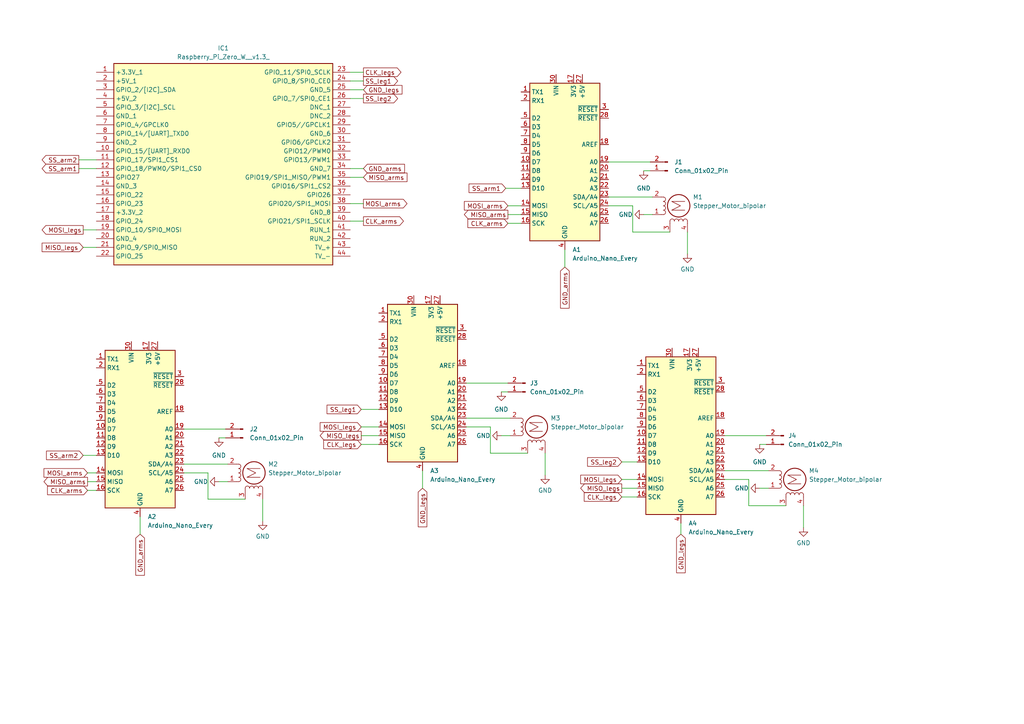
<source format=kicad_sch>
(kicad_sch (version 20230121) (generator eeschema)
  (paper "A4")
  (lib_symbols
    (symbol "Connector:Conn_01x02_Pin" (pin_names (offset 1.016) hide)
      (property "Reference" "J" (at 0 2.54 0))
      (property "Value" "Conn_01x02_Pin" (at 0 -5.08 0))
      (symbol "Conn_01x02_Pin_1_1"
        (polyline (pts (xy 1.27 -2.54) (xy 0.8636 -2.54)) (stroke (width 0.1524)))
        (polyline (pts (xy 1.27 0) (xy 0.8636 0)) (stroke (width 0.1524)))
        (rectangle (start 0.8636 -2.413) (end 0 -2.667) (stroke (width 0.1524)) (fill (type outline)))
        (rectangle (start 0.8636 0.127) (end 0 -0.127) (stroke (width 0.1524)) (fill (type outline)))
        (pin passive line (at 5.08 0 180) (length 3.81) (name "Pin_1") (number "1"))
        (pin passive line (at 5.08 -2.54 180) (length 3.81) (name "Pin_2") (number "2"))
      )
    )
    (symbol "MCU_Module:Arduino_Nano_Every"
      (property "Reference" "A" (at -10.16 23.495 0))
      (property "Value" "Arduino_Nano_Every" (at 5.08 -24.13 0))
      (symbol "Arduino_Nano_Every_0_1"
        (rectangle (start -10.16 22.86) (end 10.16 -22.86) (stroke (width 0.254)) (fill (type background)))
      )
      (symbol "Arduino_Nano_Every_1_1"
        (pin bidirectional line (at -12.7 20.32 0) (length 2.54) (name "TX1") (number "1"))
        (pin bidirectional line (at -12.7 0 0) (length 2.54) (name "D7") (number "10"))
        (pin bidirectional line (at -12.7 -2.54 0) (length 2.54) (name "D8") (number "11"))
        (pin bidirectional line (at -12.7 -5.08 0) (length 2.54) (name "D9") (number "12"))
        (pin bidirectional line (at -12.7 -7.62 0) (length 2.54) (name "D10") (number "13"))
        (pin bidirectional line (at -12.7 -12.7 0) (length 2.54) (name "MOSI") (number "14"))
        (pin bidirectional line (at -12.7 -15.24 0) (length 2.54) (name "MISO") (number "15"))
        (pin bidirectional line (at -12.7 -17.78 0) (length 2.54) (name "SCK") (number "16"))
        (pin power_out line (at 2.54 25.4 270) (length 2.54) (name "3V3") (number "17"))
        (pin input line (at 12.7 5.08 180) (length 2.54) (name "AREF") (number "18"))
        (pin bidirectional line (at 12.7 0 180) (length 2.54) (name "A0") (number "19"))
        (pin bidirectional line (at -12.7 17.78 0) (length 2.54) (name "RX1") (number "2"))
        (pin bidirectional line (at 12.7 -2.54 180) (length 2.54) (name "A1") (number "20"))
        (pin bidirectional line (at 12.7 -5.08 180) (length 2.54) (name "A2") (number "21"))
        (pin bidirectional line (at 12.7 -7.62 180) (length 2.54) (name "A3") (number "22"))
        (pin bidirectional line (at 12.7 -10.16 180) (length 2.54) (name "SDA/A4") (number "23"))
        (pin bidirectional line (at 12.7 -12.7 180) (length 2.54) (name "SCL/A5") (number "24"))
        (pin bidirectional line (at 12.7 -15.24 180) (length 2.54) (name "A6") (number "25"))
        (pin bidirectional line (at 12.7 -17.78 180) (length 2.54) (name "A7") (number "26"))
        (pin power_out line (at 5.08 25.4 270) (length 2.54) (name "+5V") (number "27"))
        (pin input line (at 12.7 12.7 180) (length 2.54) (name "~{RESET}") (number "28"))
        (pin passive line (at 0 -25.4 90) (length 2.54) hide (name "GND") (number "29"))
        (pin input line (at 12.7 15.24 180) (length 2.54) (name "~{RESET}") (number "3"))
        (pin power_in line (at -2.54 25.4 270) (length 2.54) (name "VIN") (number "30"))
        (pin power_in line (at 0 -25.4 90) (length 2.54) (name "GND") (number "4"))
        (pin bidirectional line (at -12.7 12.7 0) (length 2.54) (name "D2") (number "5"))
        (pin bidirectional line (at -12.7 10.16 0) (length 2.54) (name "D3") (number "6"))
        (pin bidirectional line (at -12.7 7.62 0) (length 2.54) (name "D4") (number "7"))
        (pin bidirectional line (at -12.7 5.08 0) (length 2.54) (name "D5") (number "8"))
        (pin bidirectional line (at -12.7 2.54 0) (length 2.54) (name "D6") (number "9"))
      )
    )
    (symbol "Motor:Stepper_Motor_bipolar" (pin_names (offset 0) hide)
      (property "Reference" "M" (at 3.81 2.54 0))
      (property "Value" "Stepper_Motor_bipolar" (at 3.81 1.27 0))
      (symbol "Stepper_Motor_bipolar_0_0"
        (polyline (pts (xy -1.27 -1.778) (xy -1.27 2.032) (xy 0 -0.508) (xy 1.27 2.032) (xy 1.27 -1.778)))
      )
      (symbol "Stepper_Motor_bipolar_0_1"
        (arc (start -4.445 -2.54) (mid -3.8127 -1.905) (end -4.445 -1.27))
        (arc (start -4.445 -1.27) (mid -3.8127 -0.635) (end -4.445 0))
        (arc (start -4.445 0) (mid -3.8127 0.635) (end -4.445 1.27))
        (arc (start -4.445 1.27) (mid -3.8127 1.905) (end -4.445 2.54))
        (arc (start -2.54 4.445) (mid -1.905 3.8127) (end -1.27 4.445))
        (arc (start -1.27 4.445) (mid -0.635 3.8127) (end 0 4.445))
        (polyline (pts (xy -5.08 -2.54) (xy -4.445 -2.54)))
        (polyline (pts (xy -5.08 2.54) (xy -4.445 2.54)))
        (polyline (pts (xy -2.54 5.08) (xy -2.54 4.445)))
        (polyline (pts (xy 2.54 5.08) (xy 2.54 4.445)))
        (circle (center 0 0) (radius 3.2512) (stroke (width 0.254)))
        (arc (start 0 4.445) (mid 0.635 3.8127) (end 1.27 4.445))
        (arc (start 1.27 4.445) (mid 1.905 3.8127) (end 2.54 4.445))
      )
      (symbol "Stepper_Motor_bipolar_1_1"
        (pin passive line (at -2.54 7.62 270) (length 2.54) (name "~") (number "1"))
        (pin passive line (at 2.54 7.62 270) (length 2.54) (name "-") (number "2"))
        (pin passive line (at -7.62 2.54 0) (length 2.54) (name "~") (number "3"))
        (pin passive line (at -7.62 -2.54 0) (length 2.54) (name "~") (number "4"))
      )
    )
    (symbol "Raspberry_Pi_Zero_W__v1_3_:Raspberry_Pi_Zero_W__v1.3_"
      (property "Reference" "IC" (at 69.85 7.62 0))
      (property "Value" "Raspberry_Pi_Zero_W__v1.3_" (at 69.85 5.08 0))
      (symbol "Raspberry_Pi_Zero_W__v1.3__1_1"
        (rectangle (start 5.08 2.54) (end 68.58 -55.88) (stroke (width 0.254)) (fill (type background)))
        (pin passive line (at 0 0 0) (length 5.08) (name "+3.3V_1") (number "1"))
        (pin passive line (at 0 -22.86 0) (length 5.08) (name "GPIO_15/[UART]_RXD0") (number "10"))
        (pin passive line (at 0 -25.4 0) (length 5.08) (name "GPIO_17/SPI1_CS1") (number "11"))
        (pin passive line (at 0 -27.94 0) (length 5.08) (name "GPIO_18/PWM0/SPI1_CS0") (number "12"))
        (pin passive line (at 0 -30.48 0) (length 5.08) (name "GPIO27") (number "13"))
        (pin passive line (at 0 -33.02 0) (length 5.08) (name "GND_3") (number "14"))
        (pin passive line (at 0 -35.56 0) (length 5.08) (name "GPIO_22") (number "15"))
        (pin passive line (at 0 -38.1 0) (length 5.08) (name "GPIO_23") (number "16"))
        (pin passive line (at 0 -40.64 0) (length 5.08) (name "+3.3V_2") (number "17"))
        (pin passive line (at 0 -43.18 0) (length 5.08) (name "GPIO_24") (number "18"))
        (pin passive line (at 0 -45.72 0) (length 5.08) (name "GPIO_10/SPI0_MOSI") (number "19"))
        (pin passive line (at 0 -2.54 0) (length 5.08) (name "+5V_1") (number "2"))
        (pin passive line (at 0 -48.26 0) (length 5.08) (name "GND_4") (number "20"))
        (pin passive line (at 0 -50.8 0) (length 5.08) (name "GPIO_9/SPI0_MISO") (number "21"))
        (pin passive line (at 0 -53.34 0) (length 5.08) (name "GPIO_25") (number "22"))
        (pin passive line (at 73.66 0 180) (length 5.08) (name "GPIO_11/SPI0_SCLK") (number "23"))
        (pin passive line (at 73.66 -2.54 180) (length 5.08) (name "GPIO_8/SPI0_CE0") (number "24"))
        (pin passive line (at 73.66 -5.08 180) (length 5.08) (name "GND_5") (number "25"))
        (pin passive line (at 73.66 -7.62 180) (length 5.08) (name "GPIO_7/SPI0_CE1") (number "26"))
        (pin passive line (at 73.66 -10.16 180) (length 5.08) (name "DNC_1") (number "27"))
        (pin passive line (at 73.66 -12.7 180) (length 5.08) (name "DNC_2") (number "28"))
        (pin passive line (at 73.66 -15.24 180) (length 5.08) (name "GPIO5//GPCLK1") (number "29"))
        (pin passive line (at 0 -5.08 0) (length 5.08) (name "GPIO_2/[I2C]_SDA") (number "3"))
        (pin passive line (at 73.66 -17.78 180) (length 5.08) (name "GND_6") (number "30"))
        (pin passive line (at 73.66 -20.32 180) (length 5.08) (name "GPIO6/GPCLK2") (number "31"))
        (pin passive line (at 73.66 -22.86 180) (length 5.08) (name "GPIO12/PWM0") (number "32"))
        (pin passive line (at 73.66 -25.4 180) (length 5.08) (name "GPIO13/PWM1") (number "33"))
        (pin passive line (at 73.66 -27.94 180) (length 5.08) (name "GND_7") (number "34"))
        (pin passive line (at 73.66 -30.48 180) (length 5.08) (name "GPIO19/SPI1_MISO/PWM1") (number "35"))
        (pin passive line (at 73.66 -33.02 180) (length 5.08) (name "GPIO16/SPI1_CS2") (number "36"))
        (pin passive line (at 73.66 -35.56 180) (length 5.08) (name "GPIO26") (number "37"))
        (pin passive line (at 73.66 -38.1 180) (length 5.08) (name "GPIO20/SPI1_MOSI") (number "38"))
        (pin passive line (at 73.66 -40.64 180) (length 5.08) (name "GND_8") (number "39"))
        (pin passive line (at 0 -7.62 0) (length 5.08) (name "+5V_2") (number "4"))
        (pin passive line (at 73.66 -43.18 180) (length 5.08) (name "GPIO21/SPI1_SCLK") (number "40"))
        (pin passive line (at 73.66 -45.72 180) (length 5.08) (name "RUN_1") (number "41"))
        (pin passive line (at 73.66 -48.26 180) (length 5.08) (name "RUN_2") (number "42"))
        (pin passive line (at 73.66 -50.8 180) (length 5.08) (name "TV_+") (number "43"))
        (pin passive line (at 73.66 -53.34 180) (length 5.08) (name "TV_-") (number "44"))
        (pin passive line (at 0 -10.16 0) (length 5.08) (name "GPIO_3/[I2C]_SCL") (number "5"))
        (pin passive line (at 0 -12.7 0) (length 5.08) (name "GND_1") (number "6"))
        (pin passive line (at 0 -15.24 0) (length 5.08) (name "GPIO_4/GPCLK0") (number "7"))
        (pin passive line (at 0 -17.78 0) (length 5.08) (name "GPIO_14/[UART]_TXD0") (number "8"))
        (pin passive line (at 0 -20.32 0) (length 5.08) (name "GND_2") (number "9"))
      )
    )
    (symbol "power:GND" (power) (pin_names (offset 0))
      (property "Value" "GND" (at 0 -3.81 0))
      (symbol "GND_0_1"
        (polyline (pts (xy 0 0) (xy 0 -1.27) (xy 1.27 -1.27) (xy 0 -2.54) (xy -1.27 -1.27) (xy 0 -1.27)))
      )
      (symbol "GND_1_1"
        (pin power_in line (at 0 0 270) (length 0) hide (name "GND") (number "1"))
      )
    )
  )
  (wire (pts (xy 101.6 48.895) (xy 105.41 48.895)))
  (wire (pts (xy 210.185 136.525) (xy 222.885 136.525)))
  (wire (pts (xy 145.415 113.665) (xy 147.32 113.665)))
  (wire (pts (xy 146.685 54.61) (xy 151.13 54.61)))
  (wire (pts (xy 176.53 46.99) (xy 188.595 46.99)))
  (wire (pts (xy 60.325 137.16) (xy 53.34 137.16)))
  (wire (pts (xy 147.32 64.77) (xy 151.13 64.77)))
  (wire (pts (xy 101.6 23.495) (xy 105.41 23.495)))
  (wire (pts (xy 53.34 134.62) (xy 66.04 134.62)))
  (wire (pts (xy 104.775 123.825) (xy 109.855 123.825)))
  (wire (pts (xy 186.69 62.23) (xy 189.23 62.23)))
  (wire (pts (xy 233.045 146.685) (xy 233.045 153.035)))
  (wire (pts (xy 227.965 146.685) (xy 217.17 146.685)))
  (wire (pts (xy 142.24 131.445) (xy 142.24 123.825)))
  (wire (pts (xy 63.5 127) (xy 65.405 127)))
  (wire (pts (xy 217.17 146.685) (xy 217.17 139.065)))
  (wire (pts (xy 22.86 48.895) (xy 27.94 48.895)))
  (wire (pts (xy 180.34 139.065) (xy 184.785 139.065)))
  (wire (pts (xy 22.86 46.355) (xy 27.94 46.355)))
  (wire (pts (xy 180.34 144.145) (xy 184.785 144.145)))
  (wire (pts (xy 40.64 149.86) (xy 40.64 154.94)))
  (wire (pts (xy 199.39 67.31) (xy 199.39 73.66)))
  (wire (pts (xy 147.32 59.69) (xy 151.13 59.69)))
  (wire (pts (xy 53.34 124.46) (xy 65.405 124.46)))
  (wire (pts (xy 183.515 59.69) (xy 176.53 59.69)))
  (wire (pts (xy 63.5 139.7) (xy 66.04 139.7)))
  (wire (pts (xy 24.13 71.755) (xy 27.94 71.755)))
  (wire (pts (xy 186.69 49.53) (xy 188.595 49.53)))
  (wire (pts (xy 24.13 132.08) (xy 27.94 132.08)))
  (wire (pts (xy 104.775 128.905) (xy 109.855 128.905)))
  (wire (pts (xy 135.255 111.125) (xy 147.32 111.125)))
  (wire (pts (xy 145.415 126.365) (xy 147.955 126.365)))
  (wire (pts (xy 101.6 59.055) (xy 105.41 59.055)))
  (wire (pts (xy 210.185 126.365) (xy 222.25 126.365)))
  (wire (pts (xy 25.4 139.7) (xy 27.94 139.7)))
  (wire (pts (xy 122.555 136.525) (xy 122.555 141.605)))
  (wire (pts (xy 25.4 137.16) (xy 27.94 137.16)))
  (wire (pts (xy 71.12 144.78) (xy 60.325 144.78)))
  (wire (pts (xy 101.6 64.135) (xy 105.41 64.135)))
  (wire (pts (xy 60.325 144.78) (xy 60.325 137.16)))
  (wire (pts (xy 220.345 128.905) (xy 222.25 128.905)))
  (wire (pts (xy 135.255 121.285) (xy 147.955 121.285)))
  (wire (pts (xy 180.34 141.605) (xy 184.785 141.605)))
  (wire (pts (xy 217.17 139.065) (xy 210.185 139.065)))
  (wire (pts (xy 101.6 26.035) (xy 105.41 26.035)))
  (wire (pts (xy 101.6 28.575) (xy 105.41 28.575)))
  (wire (pts (xy 158.115 131.445) (xy 158.115 137.795)))
  (wire (pts (xy 142.24 123.825) (xy 135.255 123.825)))
  (wire (pts (xy 147.32 62.23) (xy 151.13 62.23)))
  (wire (pts (xy 25.4 142.24) (xy 27.94 142.24)))
  (wire (pts (xy 194.31 67.31) (xy 183.515 67.31)))
  (wire (pts (xy 176.53 57.15) (xy 189.23 57.15)))
  (wire (pts (xy 163.83 72.39) (xy 163.83 77.47)))
  (wire (pts (xy 220.345 141.605) (xy 222.885 141.605)))
  (wire (pts (xy 180.34 133.985) (xy 184.785 133.985)))
  (wire (pts (xy 104.775 126.365) (xy 109.855 126.365)))
  (wire (pts (xy 183.515 67.31) (xy 183.515 59.69)))
  (wire (pts (xy 197.485 151.765) (xy 197.485 154.94)))
  (wire (pts (xy 101.6 51.435) (xy 105.41 51.435)))
  (wire (pts (xy 101.6 20.955) (xy 105.41 20.955)))
  (wire (pts (xy 24.13 66.675) (xy 27.94 66.675)))
  (wire (pts (xy 76.2 144.78) (xy 76.2 151.13)))
  (wire (pts (xy 104.775 118.745) (xy 109.855 118.745)))
  (wire (pts (xy 153.035 131.445) (xy 142.24 131.445)))
  (global_label "MOSI_arms" (shape input) (at 147.32 59.69 180) (property "Intersheetrefs" "${INTERSHEET_REFS}" (effects hide)))
  (global_label "SS_arm1" (shape output) (at 22.86 48.895 180) (property "Intersheetrefs" "${INTERSHEET_REFS}" (effects hide)))
  (global_label "CLK_arms" (shape input) (at 147.32 64.77 180) (property "Intersheetrefs" "${INTERSHEET_REFS}" (effects hide)))
  (global_label "SS_arm2" (shape input) (at 24.13 132.08 180) (property "Intersheetrefs" "${INTERSHEET_REFS}" (effects hide)))
  (global_label "SS_arm2" (shape output) (at 22.86 46.355 180) (property "Intersheetrefs" "${INTERSHEET_REFS}" (effects hide)))
  (global_label "MOSI_arms" (shape input) (at 25.4 137.16 180) (property "Intersheetrefs" "${INTERSHEET_REFS}" (effects hide)))
  (global_label "SS_leg1" (shape input) (at 104.775 118.745 180) (property "Intersheetrefs" "${INTERSHEET_REFS}" (effects hide)))
  (global_label "GND_legs" (shape input) (at 197.485 154.94 270) (property "Intersheetrefs" "${INTERSHEET_REFS}" (effects hide)))
  (global_label "MISO_arms" (shape output) (at 25.4 139.7 180) (property "Intersheetrefs" "${INTERSHEET_REFS}" (effects hide)))
  (global_label "MISO_legs" (shape output) (at 180.34 141.605 180) (property "Intersheetrefs" "${INTERSHEET_REFS}" (effects hide)))
  (global_label "SS_leg2" (shape output) (at 105.41 28.575 0) (property "Intersheetrefs" "${INTERSHEET_REFS}" (effects hide)))
  (global_label "MISO_legs" (shape input) (at 24.13 71.755 180) (property "Intersheetrefs" "${INTERSHEET_REFS}" (effects hide)))
  (global_label "GND_arms" (shape input) (at 40.64 154.94 270) (property "Intersheetrefs" "${INTERSHEET_REFS}" (effects hide)))
  (global_label "MISO_legs" (shape output) (at 104.775 126.365 180) (property "Intersheetrefs" "${INTERSHEET_REFS}" (effects hide)))
  (global_label "MOSI_legs" (shape output) (at 24.13 66.675 180) (property "Intersheetrefs" "${INTERSHEET_REFS}" (effects hide)))
  (global_label "GND_legs" (shape input) (at 105.41 26.035 0) (property "Intersheetrefs" "${INTERSHEET_REFS}" (effects hide)))
  (global_label "GND_arms" (shape input) (at 163.83 77.47 270) (property "Intersheetrefs" "${INTERSHEET_REFS}" (effects hide)))
  (global_label "SS_leg1" (shape output) (at 105.41 23.495 0) (property "Intersheetrefs" "${INTERSHEET_REFS}" (effects hide)))
  (global_label "GND_arms" (shape input) (at 105.41 48.895 0) (property "Intersheetrefs" "${INTERSHEET_REFS}" (effects hide)))
  (global_label "CLK_arms" (shape input) (at 25.4 142.24 180) (property "Intersheetrefs" "${INTERSHEET_REFS}" (effects hide)))
  (global_label "CLK_legs" (shape input) (at 180.34 144.145 180) (property "Intersheetrefs" "${INTERSHEET_REFS}" (effects hide)))
  (global_label "SS_arm1" (shape input) (at 146.685 54.61 180) (property "Intersheetrefs" "${INTERSHEET_REFS}" (effects hide)))
  (global_label "SS_leg2" (shape input) (at 180.34 133.985 180) (property "Intersheetrefs" "${INTERSHEET_REFS}" (effects hide)))
  (global_label "MOSI_legs" (shape input) (at 104.775 123.825 180) (property "Intersheetrefs" "${INTERSHEET_REFS}" (effects hide)))
  (global_label "MOSI_legs" (shape input) (at 180.34 139.065 180) (property "Intersheetrefs" "${INTERSHEET_REFS}" (effects hide)))
  (global_label "MISO_arms" (shape input) (at 105.41 51.435 0) (property "Intersheetrefs" "${INTERSHEET_REFS}" (effects hide)))
  (global_label "GND_legs" (shape input) (at 122.555 141.605 270) (property "Intersheetrefs" "${INTERSHEET_REFS}" (effects hide)))
  (global_label "MOSI_arms" (shape output) (at 105.41 59.055 0) (property "Intersheetrefs" "${INTERSHEET_REFS}" (effects hide)))
  (global_label "MISO_arms" (shape output) (at 147.32 62.23 180) (property "Intersheetrefs" "${INTERSHEET_REFS}" (effects hide)))
  (global_label "CLK_arms" (shape output) (at 105.41 64.135 0) (property "Intersheetrefs" "${INTERSHEET_REFS}" (effects hide)))
  (global_label "CLK_legs" (shape output) (at 105.41 20.955 0) (property "Intersheetrefs" "${INTERSHEET_REFS}" (effects hide)))
  (global_label "CLK_legs" (shape input) (at 104.775 128.905 180) (property "Intersheetrefs" "${INTERSHEET_REFS}" (effects hide)))
  (symbol (lib_id "power:GND") (at 145.415 113.665 0) (unit 1)
    (property "Reference" "#PWR07" (effects hide))
    (property "Value" "GND" (at 145.415 118.745 0))
  )
  (symbol (lib_id "Motor:Stepper_Motor_bipolar") (at 155.575 123.825 90) (unit 1)
    (property "Reference" "M3" (at 162.56 121.285 90) (effects (justify left)))
    (property "Value" "Stepper_Motor_bipolar" (at 180.975 123.825 90) (effects (justify left)))
    (property "Datasheet" "http://www.infineon.com/dgdl/Application-Note-TLE8110EE_driving_UniPolarStepperMotor_V1.1.pdf?fileId=db3a30431be39b97011be5d0aa0a00b0" (effects hide))
  )
  (symbol (lib_id "power:GND") (at 233.045 153.035 0) (unit 1)
    (property "Reference" "#PWR012" (effects hide))
    (property "Value" "GND" (at 233.045 157.48 0))
  )
  (symbol (lib_id "power:GND") (at 158.115 137.795 0) (unit 1)
    (property "Reference" "#PWR09" (effects hide))
    (property "Value" "GND" (at 158.115 142.24 0))
  )
  (symbol (lib_id "power:GND") (at 220.345 141.605 270) (unit 1)
    (property "Reference" "#PWR011" (effects hide))
    (property "Value" "GND" (at 217.17 141.605 90) (effects (justify right)))
  )
  (symbol (lib_id "Motor:Stepper_Motor_bipolar") (at 73.66 137.16 90) (unit 1)
    (property "Reference" "M2" (at 80.645 134.62 90) (effects (justify left)))
    (property "Value" "Stepper_Motor_bipolar" (at 99.06 137.16 90) (effects (justify left)))
    (property "Datasheet" "http://www.infineon.com/dgdl/Application-Note-TLE8110EE_driving_UniPolarStepperMotor_V1.1.pdf?fileId=db3a30431be39b97011be5d0aa0a00b0" (effects hide))
  )
  (symbol (lib_id "MCU_Module:Arduino_Nano_Every") (at 122.555 111.125 0) (unit 1)
    (property "Reference" "A3" (at 124.7491 136.525 0) (effects (justify left)))
    (property "Value" "Arduino_Nano_Every" (at 124.7491 139.065 0) (effects (justify left)))
    (property "Footprint" "Module:Arduino_Nano" (effects hide))
    (property "Datasheet" "https://content.arduino.cc/assets/NANOEveryV3.0_sch.pdf" (effects hide))
  )
  (symbol (lib_id "Motor:Stepper_Motor_bipolar") (at 196.85 59.69 90) (unit 1)
    (property "Reference" "M1" (at 203.835 57.15 90) (effects (justify left)))
    (property "Value" "Stepper_Motor_bipolar" (at 222.25 59.69 90) (effects (justify left)))
    (property "Datasheet" "http://www.infineon.com/dgdl/Application-Note-TLE8110EE_driving_UniPolarStepperMotor_V1.1.pdf?fileId=db3a30431be39b97011be5d0aa0a00b0" (effects hide))
  )
  (symbol (lib_id "power:GND") (at 145.415 126.365 270) (unit 1)
    (property "Reference" "#PWR08" (effects hide))
    (property "Value" "GND" (at 142.24 126.365 90) (effects (justify right)))
  )
  (symbol (lib_id "Raspberry_Pi_Zero_W__v1_3_:Raspberry_Pi_Zero_W__v1.3_") (at 27.94 20.955 0) (unit 1)
    (property "Reference" "IC1" (at 64.77 13.97 0))
    (property "Value" "Raspberry_Pi_Zero_W__v1.3_" (at 64.77 16.51 0))
    (property "Footprint" "RASPBERRYPIZEROWV13" (effects hide))
    (property "Datasheet" "https://cdn.sparkfun.com/assets/learn_tutorials/6/7/6/PiZero_1.pdf" (effects hide))
    (property "Manufacturer_Name" "RASPBERRY-PI" (effects hide))
    (property "Manufacturer_Part_Number" "Raspberry Pi Zero W (v1.3)" (effects hide))
  )
  (symbol (lib_id "Connector:Conn_01x02_Pin") (at 227.33 128.905 180) (unit 1)
    (property "Reference" "J4" (at 228.6 126.365 0) (effects (justify right)))
    (property "Value" "Conn_01x02_Pin" (at 228.6 128.905 0) (effects (justify right)))
  )
  (symbol (lib_id "power:GND") (at 63.5 139.7 270) (unit 1)
    (property "Reference" "#PWR014" (effects hide))
    (property "Value" "GND" (at 60.325 139.7 90) (effects (justify right)))
  )
  (symbol (lib_id "power:GND") (at 186.69 49.53 0) (unit 1)
    (property "Reference" "#PWR01" (effects hide))
    (property "Value" "GND" (at 186.69 54.61 0))
  )
  (symbol (lib_id "power:GND") (at 199.39 73.66 0) (unit 1)
    (property "Reference" "#PWR03" (effects hide))
    (property "Value" "GND" (at 199.39 78.105 0))
  )
  (symbol (lib_id "power:GND") (at 63.5 127 0) (unit 1)
    (property "Reference" "#PWR013" (effects hide))
    (property "Value" "GND" (at 63.5 132.08 0))
  )
  (symbol (lib_id "MCU_Module:Arduino_Nano_Every") (at 197.485 126.365 0) (unit 1)
    (property "Reference" "A4" (at 199.6791 151.765 0) (effects (justify left)))
    (property "Value" "Arduino_Nano_Every" (at 199.6791 154.305 0) (effects (justify left)))
    (property "Footprint" "Module:Arduino_Nano" (effects hide))
    (property "Datasheet" "https://content.arduino.cc/assets/NANOEveryV3.0_sch.pdf" (effects hide))
  )
  (symbol (lib_id "power:GND") (at 220.345 128.905 0) (unit 1)
    (property "Reference" "#PWR010" (effects hide))
    (property "Value" "GND" (at 220.345 133.985 0))
  )
  (symbol (lib_id "MCU_Module:Arduino_Nano_Every") (at 40.64 124.46 0) (unit 1)
    (property "Reference" "A2" (at 42.8341 149.86 0) (effects (justify left)))
    (property "Value" "Arduino_Nano_Every" (at 42.8341 152.4 0) (effects (justify left)))
    (property "Footprint" "Module:Arduino_Nano" (effects hide))
    (property "Datasheet" "https://content.arduino.cc/assets/NANOEveryV3.0_sch.pdf" (effects hide))
  )
  (symbol (lib_id "power:GND") (at 76.2 151.13 0) (unit 1)
    (property "Reference" "#PWR015" (effects hide))
    (property "Value" "GND" (at 76.2 155.575 0))
  )
  (symbol (lib_id "Motor:Stepper_Motor_bipolar") (at 230.505 139.065 90) (unit 1)
    (property "Reference" "M4" (at 237.49 136.525 90) (effects (justify left)))
    (property "Value" "Stepper_Motor_bipolar" (at 255.905 139.065 90) (effects (justify left)))
    (property "Datasheet" "http://www.infineon.com/dgdl/Application-Note-TLE8110EE_driving_UniPolarStepperMotor_V1.1.pdf?fileId=db3a30431be39b97011be5d0aa0a00b0" (effects hide))
  )
  (symbol (lib_id "power:GND") (at 186.69 62.23 270) (unit 1)
    (property "Reference" "#PWR02" (effects hide))
    (property "Value" "GND" (at 183.515 62.23 90) (effects (justify right)))
  )
  (symbol (lib_id "Connector:Conn_01x02_Pin") (at 193.675 49.53 180) (unit 1)
    (property "Reference" "J1" (at 195.58 46.99 0) (effects (justify right)))
    (property "Value" "Conn_01x02_Pin" (at 195.58 49.53 0) (effects (justify right)))
  )
  (symbol (lib_id "Connector:Conn_01x02_Pin") (at 152.4 113.665 180) (unit 1)
    (property "Reference" "J3" (at 153.67 111.125 0) (effects (justify right)))
    (property "Value" "Conn_01x02_Pin" (at 153.67 113.665 0) (effects (justify right)))
  )
  (symbol (lib_id "MCU_Module:Arduino_Nano_Every") (at 163.83 46.99 0) (unit 1)
    (property "Reference" "A1" (at 166.0241 72.39 0) (effects (justify left)))
    (property "Value" "Arduino_Nano_Every" (at 166.0241 74.93 0) (effects (justify left)))
    (property "Footprint" "Module:Arduino_Nano" (effects hide))
    (property "Datasheet" "https://content.arduino.cc/assets/NANOEveryV3.0_sch.pdf" (effects hide))
  )
  (symbol (lib_id "Connector:Conn_01x02_Pin") (at 70.485 127 180) (unit 1)
    (property "Reference" "J2" (at 72.39 124.46 0) (effects (justify right)))
    (property "Value" "Conn_01x02_Pin" (at 72.39 127 0) (effects (justify right)))
  )
  (sheet (at 0 213.995) (size 298.45 186.055) (stroke (width 0.1524))
    (property "Sheetname" "Motor-Theramal-Stimulator" (at 0 213.2834 0) (effects (justify left bottom)))
    (property "Sheetfile" "untitled.kicad_sch" (at 0 400.6346 0) (effects (justify left top)))
  )
)
</source>
